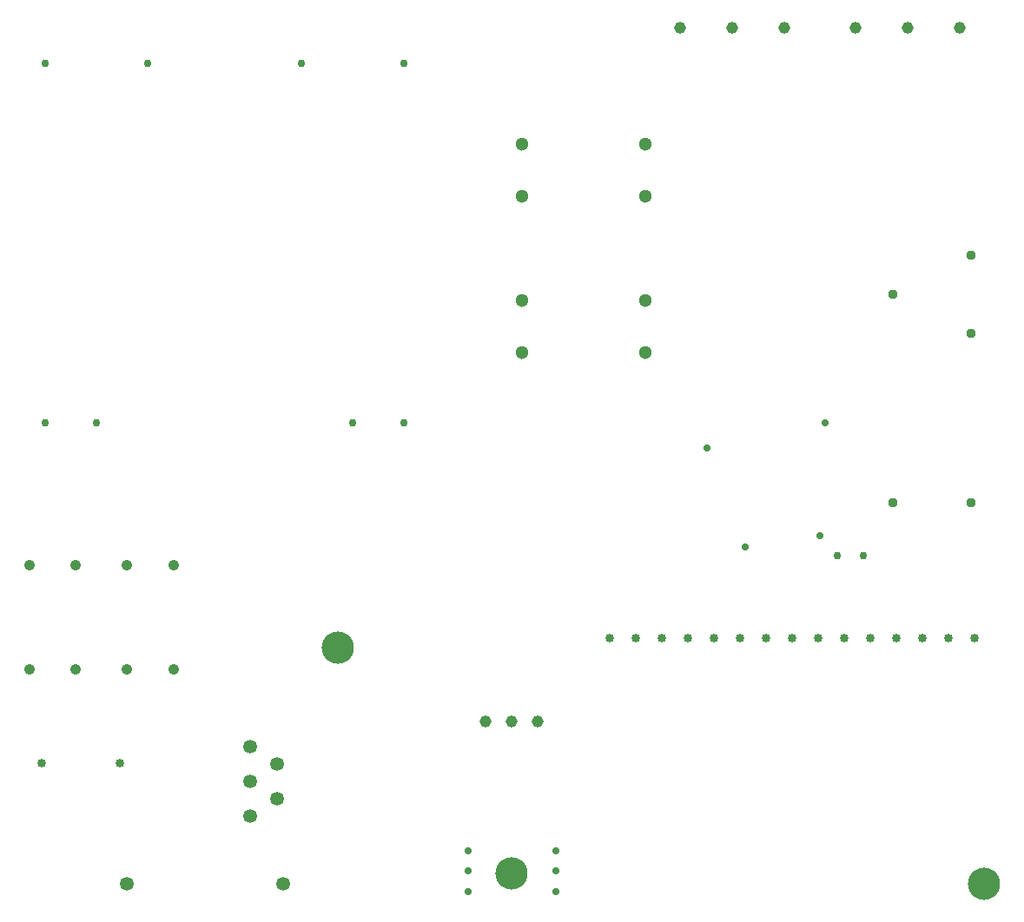
<source format=gbr>
%TF.GenerationSoftware,Altium Limited,Altium Designer,24.0.1 (36)*%
G04 Layer_Color=0*
%FSLAX45Y45*%
%MOMM*%
%TF.SameCoordinates,95B5C6B2-F670-4A0E-B731-85317CB4A22F*%
%TF.FilePolarity,Positive*%
%TF.FileFunction,Plated,1,2,PTH,Drill*%
%TF.Part,Single*%
G01*
G75*
%TA.AperFunction,ComponentDrill*%
%ADD90C,3.15000*%
%ADD92C,0.85000*%
%ADD93C,0.85000*%
%ADD94C,1.15000*%
%ADD95C,1.30000*%
%ADD96C,0.76200*%
%ADD97C,0.95000*%
%ADD98C,0.75001*%
%ADD99C,1.05000*%
%ADD100C,0.85001*%
%ADD101C,1.35000*%
%TA.AperFunction,ViaDrill,NotFilled*%
%ADD102C,0.71120*%
D90*
X3350000Y2650000D02*
D03*
X9650000Y350000D02*
D03*
X5050000Y450000D02*
D03*
D92*
X9048000Y2750000D02*
D03*
X8794000D02*
D03*
X8540000D02*
D03*
X8286000D02*
D03*
X8032000D02*
D03*
X9302000D02*
D03*
X9556000D02*
D03*
D93*
X6762000D02*
D03*
X6508000D02*
D03*
X6254000D02*
D03*
X6000000D02*
D03*
X7016000D02*
D03*
X7270000D02*
D03*
X7524000D02*
D03*
X7778000D02*
D03*
D94*
X8400000Y8700000D02*
D03*
X8908000D02*
D03*
X9416000D02*
D03*
X6692000D02*
D03*
X7200000D02*
D03*
X7708000D02*
D03*
X5304000Y1931666D02*
D03*
X5050000Y1931700D02*
D03*
X4796000D02*
D03*
D95*
X6350800Y5534300D02*
D03*
Y6042300D02*
D03*
Y7058300D02*
D03*
Y7566300D02*
D03*
X5150800Y5534300D02*
D03*
Y6042300D02*
D03*
Y7058300D02*
D03*
Y7566300D02*
D03*
D96*
X500000Y8350000D02*
D03*
X4000000D02*
D03*
X1500000D02*
D03*
X3000000D02*
D03*
X500000Y4850000D02*
D03*
X4000000D02*
D03*
X3500000D02*
D03*
X1000000D02*
D03*
D97*
X9525000Y6477000D02*
D03*
Y5715000D02*
D03*
X8763000Y6096000D02*
D03*
X9525000Y4064000D02*
D03*
X8763000D02*
D03*
D98*
X8223000Y3550000D02*
D03*
X8477000D02*
D03*
D99*
X1300000Y2442000D02*
D03*
Y3458000D02*
D03*
X800000Y2442000D02*
D03*
Y3458000D02*
D03*
X350000Y2442000D02*
D03*
Y3458000D02*
D03*
X1750000D02*
D03*
Y2442000D02*
D03*
D100*
X1231000Y1529215D02*
D03*
X469000D02*
D03*
D101*
X2500000Y1690000D02*
D03*
X2760000Y1520000D02*
D03*
X2500000Y1350000D02*
D03*
X2760000Y1180000D02*
D03*
X2500000Y1010000D02*
D03*
X1297714Y350000D02*
D03*
X2821714D02*
D03*
D102*
X4625000Y275000D02*
D03*
Y475000D02*
D03*
Y675000D02*
D03*
X5475000D02*
D03*
Y475000D02*
D03*
Y275000D02*
D03*
X7321400Y3638900D02*
D03*
X8050000Y3750000D02*
D03*
X6950000Y4600000D02*
D03*
X8100000Y4850000D02*
D03*
%TF.MD5,cff7d6bba8816d3bb6eb9c92f861b805*%
M02*

</source>
